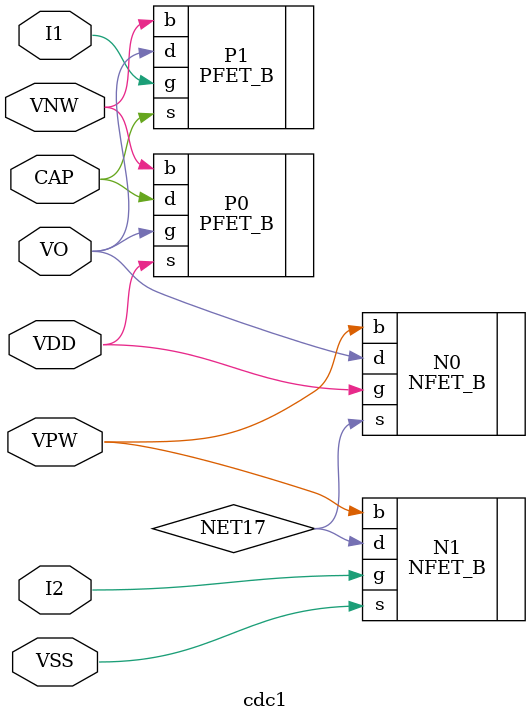
<source format=v>


module cdc1 ( CAP, VDD, VNW, VO, VPW, VSS, I1, I2 );

  inout VO;
  input I1;
  inout CAP;
  input I2;
  inout VNW;
  inout VDD;
  inout VSS;
  inout VPW;
specify 
    specparam CDS_LIBNAME  = "rail12lp";
    specparam CDS_CELLNAME = "CDC1";
    specparam CDS_VIEWNAME = "schematic";
endspecify

PFET_B  P1 ( .b(VNW), .s(CAP), .g(I1), .d(VO));
PFET_B  P0 ( .b(VNW), .s(VDD), .g(VO), .d(CAP));
NFET_B  N1 ( .b(VPW), .s(VSS), .g(I2), .d(NET17));
NFET_B  N0 ( .b(VPW), .s(NET17), .g(VDD), .d(VO));
endmodule

</source>
